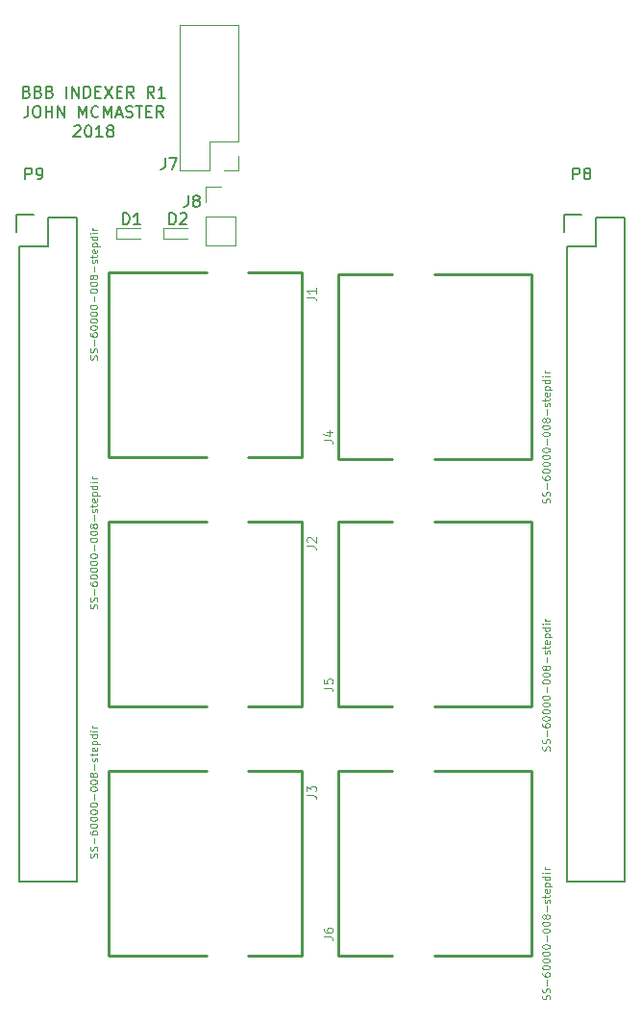
<source format=gbr>
G04 #@! TF.FileFunction,Legend,Top*
%FSLAX46Y46*%
G04 Gerber Fmt 4.6, Leading zero omitted, Abs format (unit mm)*
G04 Created by KiCad (PCBNEW 4.0.7-e2-6376~58~ubuntu16.04.1) date Fri Jun  1 10:41:47 2018*
%MOMM*%
%LPD*%
G01*
G04 APERTURE LIST*
%ADD10C,0.100000*%
%ADD11C,0.190500*%
%ADD12C,0.120000*%
%ADD13C,0.150000*%
%ADD14C,0.254000*%
%ADD15C,0.050000*%
G04 APERTURE END LIST*
D10*
D11*
X115763524Y-50028929D02*
X115908667Y-50077310D01*
X115957048Y-50125690D01*
X116005429Y-50222452D01*
X116005429Y-50367595D01*
X115957048Y-50464357D01*
X115908667Y-50512738D01*
X115811905Y-50561119D01*
X115424858Y-50561119D01*
X115424858Y-49545119D01*
X115763524Y-49545119D01*
X115860286Y-49593500D01*
X115908667Y-49641881D01*
X115957048Y-49738643D01*
X115957048Y-49835405D01*
X115908667Y-49932167D01*
X115860286Y-49980548D01*
X115763524Y-50028929D01*
X115424858Y-50028929D01*
X116779524Y-50028929D02*
X116924667Y-50077310D01*
X116973048Y-50125690D01*
X117021429Y-50222452D01*
X117021429Y-50367595D01*
X116973048Y-50464357D01*
X116924667Y-50512738D01*
X116827905Y-50561119D01*
X116440858Y-50561119D01*
X116440858Y-49545119D01*
X116779524Y-49545119D01*
X116876286Y-49593500D01*
X116924667Y-49641881D01*
X116973048Y-49738643D01*
X116973048Y-49835405D01*
X116924667Y-49932167D01*
X116876286Y-49980548D01*
X116779524Y-50028929D01*
X116440858Y-50028929D01*
X117795524Y-50028929D02*
X117940667Y-50077310D01*
X117989048Y-50125690D01*
X118037429Y-50222452D01*
X118037429Y-50367595D01*
X117989048Y-50464357D01*
X117940667Y-50512738D01*
X117843905Y-50561119D01*
X117456858Y-50561119D01*
X117456858Y-49545119D01*
X117795524Y-49545119D01*
X117892286Y-49593500D01*
X117940667Y-49641881D01*
X117989048Y-49738643D01*
X117989048Y-49835405D01*
X117940667Y-49932167D01*
X117892286Y-49980548D01*
X117795524Y-50028929D01*
X117456858Y-50028929D01*
X119246953Y-50561119D02*
X119246953Y-49545119D01*
X119730763Y-50561119D02*
X119730763Y-49545119D01*
X120311334Y-50561119D01*
X120311334Y-49545119D01*
X120795144Y-50561119D02*
X120795144Y-49545119D01*
X121037049Y-49545119D01*
X121182191Y-49593500D01*
X121278953Y-49690262D01*
X121327334Y-49787024D01*
X121375715Y-49980548D01*
X121375715Y-50125690D01*
X121327334Y-50319214D01*
X121278953Y-50415976D01*
X121182191Y-50512738D01*
X121037049Y-50561119D01*
X120795144Y-50561119D01*
X121811144Y-50028929D02*
X122149810Y-50028929D01*
X122294953Y-50561119D02*
X121811144Y-50561119D01*
X121811144Y-49545119D01*
X122294953Y-49545119D01*
X122633620Y-49545119D02*
X123310953Y-50561119D01*
X123310953Y-49545119D02*
X122633620Y-50561119D01*
X123698001Y-50028929D02*
X124036667Y-50028929D01*
X124181810Y-50561119D02*
X123698001Y-50561119D01*
X123698001Y-49545119D01*
X124181810Y-49545119D01*
X125197810Y-50561119D02*
X124859144Y-50077310D01*
X124617239Y-50561119D02*
X124617239Y-49545119D01*
X125004286Y-49545119D01*
X125101048Y-49593500D01*
X125149429Y-49641881D01*
X125197810Y-49738643D01*
X125197810Y-49883786D01*
X125149429Y-49980548D01*
X125101048Y-50028929D01*
X125004286Y-50077310D01*
X124617239Y-50077310D01*
X126987905Y-50561119D02*
X126649239Y-50077310D01*
X126407334Y-50561119D02*
X126407334Y-49545119D01*
X126794381Y-49545119D01*
X126891143Y-49593500D01*
X126939524Y-49641881D01*
X126987905Y-49738643D01*
X126987905Y-49883786D01*
X126939524Y-49980548D01*
X126891143Y-50028929D01*
X126794381Y-50077310D01*
X126407334Y-50077310D01*
X127955524Y-50561119D02*
X127374953Y-50561119D01*
X127665239Y-50561119D02*
X127665239Y-49545119D01*
X127568477Y-49690262D01*
X127471715Y-49787024D01*
X127374953Y-49835405D01*
X115884476Y-51259619D02*
X115884476Y-51985333D01*
X115836096Y-52130476D01*
X115739334Y-52227238D01*
X115594191Y-52275619D01*
X115497429Y-52275619D01*
X116561810Y-51259619D02*
X116755333Y-51259619D01*
X116852095Y-51308000D01*
X116948857Y-51404762D01*
X116997238Y-51598286D01*
X116997238Y-51936952D01*
X116948857Y-52130476D01*
X116852095Y-52227238D01*
X116755333Y-52275619D01*
X116561810Y-52275619D01*
X116465048Y-52227238D01*
X116368286Y-52130476D01*
X116319905Y-51936952D01*
X116319905Y-51598286D01*
X116368286Y-51404762D01*
X116465048Y-51308000D01*
X116561810Y-51259619D01*
X117432667Y-52275619D02*
X117432667Y-51259619D01*
X117432667Y-51743429D02*
X118013238Y-51743429D01*
X118013238Y-52275619D02*
X118013238Y-51259619D01*
X118497048Y-52275619D02*
X118497048Y-51259619D01*
X119077619Y-52275619D01*
X119077619Y-51259619D01*
X120335524Y-52275619D02*
X120335524Y-51259619D01*
X120674190Y-51985333D01*
X121012857Y-51259619D01*
X121012857Y-52275619D01*
X122077238Y-52178857D02*
X122028857Y-52227238D01*
X121883714Y-52275619D01*
X121786952Y-52275619D01*
X121641810Y-52227238D01*
X121545048Y-52130476D01*
X121496667Y-52033714D01*
X121448286Y-51840190D01*
X121448286Y-51695048D01*
X121496667Y-51501524D01*
X121545048Y-51404762D01*
X121641810Y-51308000D01*
X121786952Y-51259619D01*
X121883714Y-51259619D01*
X122028857Y-51308000D01*
X122077238Y-51356381D01*
X122512667Y-52275619D02*
X122512667Y-51259619D01*
X122851333Y-51985333D01*
X123190000Y-51259619D01*
X123190000Y-52275619D01*
X123625429Y-51985333D02*
X124109238Y-51985333D01*
X123528667Y-52275619D02*
X123867334Y-51259619D01*
X124206000Y-52275619D01*
X124496286Y-52227238D02*
X124641429Y-52275619D01*
X124883333Y-52275619D01*
X124980095Y-52227238D01*
X125028476Y-52178857D01*
X125076857Y-52082095D01*
X125076857Y-51985333D01*
X125028476Y-51888571D01*
X124980095Y-51840190D01*
X124883333Y-51791810D01*
X124689810Y-51743429D01*
X124593048Y-51695048D01*
X124544667Y-51646667D01*
X124496286Y-51549905D01*
X124496286Y-51453143D01*
X124544667Y-51356381D01*
X124593048Y-51308000D01*
X124689810Y-51259619D01*
X124931714Y-51259619D01*
X125076857Y-51308000D01*
X125367143Y-51259619D02*
X125947714Y-51259619D01*
X125657429Y-52275619D02*
X125657429Y-51259619D01*
X126286381Y-51743429D02*
X126625047Y-51743429D01*
X126770190Y-52275619D02*
X126286381Y-52275619D01*
X126286381Y-51259619D01*
X126770190Y-51259619D01*
X127786190Y-52275619D02*
X127447524Y-51791810D01*
X127205619Y-52275619D02*
X127205619Y-51259619D01*
X127592666Y-51259619D01*
X127689428Y-51308000D01*
X127737809Y-51356381D01*
X127786190Y-51453143D01*
X127786190Y-51598286D01*
X127737809Y-51695048D01*
X127689428Y-51743429D01*
X127592666Y-51791810D01*
X127205619Y-51791810D01*
X119924286Y-53070881D02*
X119972667Y-53022500D01*
X120069429Y-52974119D01*
X120311333Y-52974119D01*
X120408095Y-53022500D01*
X120456476Y-53070881D01*
X120504857Y-53167643D01*
X120504857Y-53264405D01*
X120456476Y-53409548D01*
X119875905Y-53990119D01*
X120504857Y-53990119D01*
X121133810Y-52974119D02*
X121230571Y-52974119D01*
X121327333Y-53022500D01*
X121375714Y-53070881D01*
X121424095Y-53167643D01*
X121472476Y-53361167D01*
X121472476Y-53603071D01*
X121424095Y-53796595D01*
X121375714Y-53893357D01*
X121327333Y-53941738D01*
X121230571Y-53990119D01*
X121133810Y-53990119D01*
X121037048Y-53941738D01*
X120988667Y-53893357D01*
X120940286Y-53796595D01*
X120891905Y-53603071D01*
X120891905Y-53361167D01*
X120940286Y-53167643D01*
X120988667Y-53070881D01*
X121037048Y-53022500D01*
X121133810Y-52974119D01*
X122440095Y-53990119D02*
X121859524Y-53990119D01*
X122149810Y-53990119D02*
X122149810Y-52974119D01*
X122053048Y-53119262D01*
X121956286Y-53216024D01*
X121859524Y-53264405D01*
X123020667Y-53409548D02*
X122923905Y-53361167D01*
X122875524Y-53312786D01*
X122827143Y-53216024D01*
X122827143Y-53167643D01*
X122875524Y-53070881D01*
X122923905Y-53022500D01*
X123020667Y-52974119D01*
X123214190Y-52974119D01*
X123310952Y-53022500D01*
X123359333Y-53070881D01*
X123407714Y-53167643D01*
X123407714Y-53216024D01*
X123359333Y-53312786D01*
X123310952Y-53361167D01*
X123214190Y-53409548D01*
X123020667Y-53409548D01*
X122923905Y-53457929D01*
X122875524Y-53506310D01*
X122827143Y-53603071D01*
X122827143Y-53796595D01*
X122875524Y-53893357D01*
X122923905Y-53941738D01*
X123020667Y-53990119D01*
X123214190Y-53990119D01*
X123310952Y-53941738D01*
X123359333Y-53893357D01*
X123407714Y-53796595D01*
X123407714Y-53603071D01*
X123359333Y-53506310D01*
X123310952Y-53457929D01*
X123214190Y-53409548D01*
D12*
X131512000Y-63560000D02*
X134172000Y-63560000D01*
X131512000Y-60960000D02*
X131512000Y-63560000D01*
X134172000Y-60960000D02*
X134172000Y-63560000D01*
X131512000Y-60960000D02*
X134172000Y-60960000D01*
X131512000Y-59690000D02*
X131512000Y-58360000D01*
X131512000Y-58360000D02*
X132842000Y-58360000D01*
D13*
X168440098Y-119532400D02*
X168440098Y-61112400D01*
X163360098Y-119532400D02*
X163360098Y-63652400D01*
X168440098Y-119532400D02*
X163360098Y-119532400D01*
X168440098Y-61112400D02*
X165900098Y-61112400D01*
X164630098Y-60832400D02*
X163080098Y-60832400D01*
X165900098Y-61112400D02*
X165900098Y-63652400D01*
X165900098Y-63652400D02*
X163360098Y-63652400D01*
X163080098Y-60832400D02*
X163080098Y-62382400D01*
X120180100Y-119532400D02*
X120180100Y-61112400D01*
X115100100Y-119532400D02*
X115100100Y-63652400D01*
X120180100Y-119532400D02*
X115100100Y-119532400D01*
X120180100Y-61112400D02*
X117640100Y-61112400D01*
X116370100Y-60832400D02*
X114820100Y-60832400D01*
X117640100Y-61112400D02*
X117640100Y-63652400D01*
X117640100Y-63652400D02*
X115100100Y-63652400D01*
X114820100Y-60832400D02*
X114820100Y-62382400D01*
D12*
X123668000Y-61984000D02*
X123668000Y-62984000D01*
X123668000Y-62984000D02*
X125768000Y-62984000D01*
X123668000Y-61984000D02*
X125768000Y-61984000D01*
X127770000Y-61984000D02*
X127770000Y-62984000D01*
X127770000Y-62984000D02*
X129870000Y-62984000D01*
X127770000Y-61984000D02*
X129870000Y-61984000D01*
D14*
X140004800Y-65913000D02*
X135255000Y-65913000D01*
X131572000Y-65913000D02*
X122986800Y-65913000D01*
X122986800Y-65913000D02*
X122986800Y-82169000D01*
X122986800Y-82169000D02*
X131572000Y-82169000D01*
X135255000Y-82169000D02*
X140004800Y-82169000D01*
X140004800Y-82169000D02*
X140004800Y-65913000D01*
X140004800Y-87820500D02*
X135255000Y-87820500D01*
X131572000Y-87820500D02*
X122986800Y-87820500D01*
X122986800Y-87820500D02*
X122986800Y-104076500D01*
X122986800Y-104076500D02*
X131572000Y-104076500D01*
X135255000Y-104076500D02*
X140004800Y-104076500D01*
X140004800Y-104076500D02*
X140004800Y-87820500D01*
X140004800Y-109728000D02*
X135255000Y-109728000D01*
X131572000Y-109728000D02*
X122986800Y-109728000D01*
X122986800Y-109728000D02*
X122986800Y-125984000D01*
X122986800Y-125984000D02*
X131572000Y-125984000D01*
X135255000Y-125984000D02*
X140004800Y-125984000D01*
X140004800Y-125984000D02*
X140004800Y-109728000D01*
X143205200Y-82296000D02*
X147955000Y-82296000D01*
X151638000Y-82296000D02*
X160223200Y-82296000D01*
X160223200Y-82296000D02*
X160223200Y-66040000D01*
X160223200Y-66040000D02*
X151638000Y-66040000D01*
X147955000Y-66040000D02*
X143205200Y-66040000D01*
X143205200Y-66040000D02*
X143205200Y-82296000D01*
X143205200Y-104076500D02*
X147955000Y-104076500D01*
X151638000Y-104076500D02*
X160223200Y-104076500D01*
X160223200Y-104076500D02*
X160223200Y-87820500D01*
X160223200Y-87820500D02*
X151638000Y-87820500D01*
X147955000Y-87820500D02*
X143205200Y-87820500D01*
X143205200Y-87820500D02*
X143205200Y-104076500D01*
X143205200Y-125984000D02*
X147955000Y-125984000D01*
X151638000Y-125984000D02*
X160223200Y-125984000D01*
X160223200Y-125984000D02*
X160223200Y-109728000D01*
X160223200Y-109728000D02*
X151638000Y-109728000D01*
X147955000Y-109728000D02*
X143205200Y-109728000D01*
X143205200Y-109728000D02*
X143205200Y-125984000D01*
D12*
X134426000Y-44136000D02*
X129226000Y-44136000D01*
X134426000Y-54356000D02*
X134426000Y-44136000D01*
X129226000Y-56956000D02*
X129226000Y-44136000D01*
X134426000Y-54356000D02*
X131826000Y-54356000D01*
X131826000Y-54356000D02*
X131826000Y-56956000D01*
X131826000Y-56956000D02*
X129226000Y-56956000D01*
X134426000Y-55626000D02*
X134426000Y-56956000D01*
X134426000Y-56956000D02*
X133096000Y-56956000D01*
D13*
X127936667Y-55840381D02*
X127936667Y-56554667D01*
X127889047Y-56697524D01*
X127793809Y-56792762D01*
X127650952Y-56840381D01*
X127555714Y-56840381D01*
X128317619Y-55840381D02*
X128984286Y-55840381D01*
X128555714Y-56840381D01*
X163892003Y-57734781D02*
X163892003Y-56734781D01*
X164272956Y-56734781D01*
X164368194Y-56782400D01*
X164415813Y-56830019D01*
X164463432Y-56925257D01*
X164463432Y-57068114D01*
X164415813Y-57163352D01*
X164368194Y-57210971D01*
X164272956Y-57258590D01*
X163892003Y-57258590D01*
X165034860Y-57163352D02*
X164939622Y-57115733D01*
X164892003Y-57068114D01*
X164844384Y-56972876D01*
X164844384Y-56925257D01*
X164892003Y-56830019D01*
X164939622Y-56782400D01*
X165034860Y-56734781D01*
X165225337Y-56734781D01*
X165320575Y-56782400D01*
X165368194Y-56830019D01*
X165415813Y-56925257D01*
X165415813Y-56972876D01*
X165368194Y-57068114D01*
X165320575Y-57115733D01*
X165225337Y-57163352D01*
X165034860Y-57163352D01*
X164939622Y-57210971D01*
X164892003Y-57258590D01*
X164844384Y-57353829D01*
X164844384Y-57544305D01*
X164892003Y-57639543D01*
X164939622Y-57687162D01*
X165034860Y-57734781D01*
X165225337Y-57734781D01*
X165320575Y-57687162D01*
X165368194Y-57639543D01*
X165415813Y-57544305D01*
X165415813Y-57353829D01*
X165368194Y-57258590D01*
X165320575Y-57210971D01*
X165225337Y-57163352D01*
X115632005Y-57734781D02*
X115632005Y-56734781D01*
X116012958Y-56734781D01*
X116108196Y-56782400D01*
X116155815Y-56830019D01*
X116203434Y-56925257D01*
X116203434Y-57068114D01*
X116155815Y-57163352D01*
X116108196Y-57210971D01*
X116012958Y-57258590D01*
X115632005Y-57258590D01*
X116679624Y-57734781D02*
X116870100Y-57734781D01*
X116965339Y-57687162D01*
X117012958Y-57639543D01*
X117108196Y-57496686D01*
X117155815Y-57306210D01*
X117155815Y-56925257D01*
X117108196Y-56830019D01*
X117060577Y-56782400D01*
X116965339Y-56734781D01*
X116774862Y-56734781D01*
X116679624Y-56782400D01*
X116632005Y-56830019D01*
X116584386Y-56925257D01*
X116584386Y-57163352D01*
X116632005Y-57258590D01*
X116679624Y-57306210D01*
X116774862Y-57353829D01*
X116965339Y-57353829D01*
X117060577Y-57306210D01*
X117108196Y-57258590D01*
X117155815Y-57163352D01*
X124229905Y-61686381D02*
X124229905Y-60686381D01*
X124468000Y-60686381D01*
X124610858Y-60734000D01*
X124706096Y-60829238D01*
X124753715Y-60924476D01*
X124801334Y-61114952D01*
X124801334Y-61257810D01*
X124753715Y-61448286D01*
X124706096Y-61543524D01*
X124610858Y-61638762D01*
X124468000Y-61686381D01*
X124229905Y-61686381D01*
X125753715Y-61686381D02*
X125182286Y-61686381D01*
X125468000Y-61686381D02*
X125468000Y-60686381D01*
X125372762Y-60829238D01*
X125277524Y-60924476D01*
X125182286Y-60972095D01*
X128331905Y-61686381D02*
X128331905Y-60686381D01*
X128570000Y-60686381D01*
X128712858Y-60734000D01*
X128808096Y-60829238D01*
X128855715Y-60924476D01*
X128903334Y-61114952D01*
X128903334Y-61257810D01*
X128855715Y-61448286D01*
X128808096Y-61543524D01*
X128712858Y-61638762D01*
X128570000Y-61686381D01*
X128331905Y-61686381D01*
X129284286Y-60781619D02*
X129331905Y-60734000D01*
X129427143Y-60686381D01*
X129665239Y-60686381D01*
X129760477Y-60734000D01*
X129808096Y-60781619D01*
X129855715Y-60876857D01*
X129855715Y-60972095D01*
X129808096Y-61114952D01*
X129236667Y-61686381D01*
X129855715Y-61686381D01*
D15*
X140419998Y-68076376D02*
X140992218Y-68076376D01*
X141106662Y-68114524D01*
X141182958Y-68190820D01*
X141221106Y-68305264D01*
X141221106Y-68381560D01*
X141221106Y-67275268D02*
X141221106Y-67733044D01*
X141221106Y-67504156D02*
X140419998Y-67504156D01*
X140534442Y-67580452D01*
X140610738Y-67656748D01*
X140648886Y-67733044D01*
X121935391Y-73577079D02*
X121965927Y-73485469D01*
X121965927Y-73332786D01*
X121935391Y-73271712D01*
X121904854Y-73241176D01*
X121843781Y-73210639D01*
X121782708Y-73210639D01*
X121721634Y-73241176D01*
X121691098Y-73271712D01*
X121660561Y-73332786D01*
X121630025Y-73454932D01*
X121599488Y-73516005D01*
X121568951Y-73546542D01*
X121507878Y-73577079D01*
X121446805Y-73577079D01*
X121385732Y-73546542D01*
X121355195Y-73516005D01*
X121324658Y-73454932D01*
X121324658Y-73302249D01*
X121355195Y-73210639D01*
X121935391Y-72966347D02*
X121965927Y-72874737D01*
X121965927Y-72722054D01*
X121935391Y-72660980D01*
X121904854Y-72630444D01*
X121843781Y-72599907D01*
X121782708Y-72599907D01*
X121721634Y-72630444D01*
X121691098Y-72660980D01*
X121660561Y-72722054D01*
X121630025Y-72844200D01*
X121599488Y-72905273D01*
X121568951Y-72935810D01*
X121507878Y-72966347D01*
X121446805Y-72966347D01*
X121385732Y-72935810D01*
X121355195Y-72905273D01*
X121324658Y-72844200D01*
X121324658Y-72691517D01*
X121355195Y-72599907D01*
X121721634Y-72325078D02*
X121721634Y-71836492D01*
X121324658Y-71256296D02*
X121324658Y-71378443D01*
X121355195Y-71439516D01*
X121385732Y-71470053D01*
X121477341Y-71531126D01*
X121599488Y-71561663D01*
X121843781Y-71561663D01*
X121904854Y-71531126D01*
X121935391Y-71500589D01*
X121965927Y-71439516D01*
X121965927Y-71317370D01*
X121935391Y-71256296D01*
X121904854Y-71225760D01*
X121843781Y-71195223D01*
X121691098Y-71195223D01*
X121630025Y-71225760D01*
X121599488Y-71256296D01*
X121568951Y-71317370D01*
X121568951Y-71439516D01*
X121599488Y-71500589D01*
X121630025Y-71531126D01*
X121691098Y-71561663D01*
X121324658Y-70798247D02*
X121324658Y-70737174D01*
X121355195Y-70676101D01*
X121385732Y-70645564D01*
X121446805Y-70615028D01*
X121568951Y-70584491D01*
X121721634Y-70584491D01*
X121843781Y-70615028D01*
X121904854Y-70645564D01*
X121935391Y-70676101D01*
X121965927Y-70737174D01*
X121965927Y-70798247D01*
X121935391Y-70859321D01*
X121904854Y-70889857D01*
X121843781Y-70920394D01*
X121721634Y-70950931D01*
X121568951Y-70950931D01*
X121446805Y-70920394D01*
X121385732Y-70889857D01*
X121355195Y-70859321D01*
X121324658Y-70798247D01*
X121324658Y-70187515D02*
X121324658Y-70126442D01*
X121355195Y-70065369D01*
X121385732Y-70034832D01*
X121446805Y-70004296D01*
X121568951Y-69973759D01*
X121721634Y-69973759D01*
X121843781Y-70004296D01*
X121904854Y-70034832D01*
X121935391Y-70065369D01*
X121965927Y-70126442D01*
X121965927Y-70187515D01*
X121935391Y-70248589D01*
X121904854Y-70279125D01*
X121843781Y-70309662D01*
X121721634Y-70340199D01*
X121568951Y-70340199D01*
X121446805Y-70309662D01*
X121385732Y-70279125D01*
X121355195Y-70248589D01*
X121324658Y-70187515D01*
X121324658Y-69576783D02*
X121324658Y-69515710D01*
X121355195Y-69454637D01*
X121385732Y-69424100D01*
X121446805Y-69393564D01*
X121568951Y-69363027D01*
X121721634Y-69363027D01*
X121843781Y-69393564D01*
X121904854Y-69424100D01*
X121935391Y-69454637D01*
X121965927Y-69515710D01*
X121965927Y-69576783D01*
X121935391Y-69637857D01*
X121904854Y-69668393D01*
X121843781Y-69698930D01*
X121721634Y-69729467D01*
X121568951Y-69729467D01*
X121446805Y-69698930D01*
X121385732Y-69668393D01*
X121355195Y-69637857D01*
X121324658Y-69576783D01*
X121324658Y-68966051D02*
X121324658Y-68904978D01*
X121355195Y-68843905D01*
X121385732Y-68813368D01*
X121446805Y-68782832D01*
X121568951Y-68752295D01*
X121721634Y-68752295D01*
X121843781Y-68782832D01*
X121904854Y-68813368D01*
X121935391Y-68843905D01*
X121965927Y-68904978D01*
X121965927Y-68966051D01*
X121935391Y-69027125D01*
X121904854Y-69057661D01*
X121843781Y-69088198D01*
X121721634Y-69118735D01*
X121568951Y-69118735D01*
X121446805Y-69088198D01*
X121385732Y-69057661D01*
X121355195Y-69027125D01*
X121324658Y-68966051D01*
X121721634Y-68477466D02*
X121721634Y-67988880D01*
X121324658Y-67561367D02*
X121324658Y-67500294D01*
X121355195Y-67439221D01*
X121385732Y-67408684D01*
X121446805Y-67378148D01*
X121568951Y-67347611D01*
X121721634Y-67347611D01*
X121843781Y-67378148D01*
X121904854Y-67408684D01*
X121935391Y-67439221D01*
X121965927Y-67500294D01*
X121965927Y-67561367D01*
X121935391Y-67622441D01*
X121904854Y-67652977D01*
X121843781Y-67683514D01*
X121721634Y-67714051D01*
X121568951Y-67714051D01*
X121446805Y-67683514D01*
X121385732Y-67652977D01*
X121355195Y-67622441D01*
X121324658Y-67561367D01*
X121324658Y-66950635D02*
X121324658Y-66889562D01*
X121355195Y-66828489D01*
X121385732Y-66797952D01*
X121446805Y-66767416D01*
X121568951Y-66736879D01*
X121721634Y-66736879D01*
X121843781Y-66767416D01*
X121904854Y-66797952D01*
X121935391Y-66828489D01*
X121965927Y-66889562D01*
X121965927Y-66950635D01*
X121935391Y-67011709D01*
X121904854Y-67042245D01*
X121843781Y-67072782D01*
X121721634Y-67103319D01*
X121568951Y-67103319D01*
X121446805Y-67072782D01*
X121385732Y-67042245D01*
X121355195Y-67011709D01*
X121324658Y-66950635D01*
X121599488Y-66370440D02*
X121568951Y-66431513D01*
X121538415Y-66462050D01*
X121477341Y-66492587D01*
X121446805Y-66492587D01*
X121385732Y-66462050D01*
X121355195Y-66431513D01*
X121324658Y-66370440D01*
X121324658Y-66248294D01*
X121355195Y-66187220D01*
X121385732Y-66156684D01*
X121446805Y-66126147D01*
X121477341Y-66126147D01*
X121538415Y-66156684D01*
X121568951Y-66187220D01*
X121599488Y-66248294D01*
X121599488Y-66370440D01*
X121630025Y-66431513D01*
X121660561Y-66462050D01*
X121721634Y-66492587D01*
X121843781Y-66492587D01*
X121904854Y-66462050D01*
X121935391Y-66431513D01*
X121965927Y-66370440D01*
X121965927Y-66248294D01*
X121935391Y-66187220D01*
X121904854Y-66156684D01*
X121843781Y-66126147D01*
X121721634Y-66126147D01*
X121660561Y-66156684D01*
X121630025Y-66187220D01*
X121599488Y-66248294D01*
X121721634Y-65851318D02*
X121721634Y-65362732D01*
X121935391Y-65087903D02*
X121965927Y-65026829D01*
X121965927Y-64904683D01*
X121935391Y-64843610D01*
X121874318Y-64813073D01*
X121843781Y-64813073D01*
X121782708Y-64843610D01*
X121752171Y-64904683D01*
X121752171Y-64996293D01*
X121721634Y-65057366D01*
X121660561Y-65087903D01*
X121630025Y-65087903D01*
X121568951Y-65057366D01*
X121538415Y-64996293D01*
X121538415Y-64904683D01*
X121568951Y-64843610D01*
X121538415Y-64629853D02*
X121538415Y-64385560D01*
X121324658Y-64538243D02*
X121874318Y-64538243D01*
X121935391Y-64507706D01*
X121965927Y-64446633D01*
X121965927Y-64385560D01*
X121935391Y-63927511D02*
X121965927Y-63988584D01*
X121965927Y-64110731D01*
X121935391Y-64171804D01*
X121874318Y-64202341D01*
X121630025Y-64202341D01*
X121568951Y-64171804D01*
X121538415Y-64110731D01*
X121538415Y-63988584D01*
X121568951Y-63927511D01*
X121630025Y-63896974D01*
X121691098Y-63896974D01*
X121752171Y-64202341D01*
X121538415Y-63622145D02*
X122179684Y-63622145D01*
X121568951Y-63622145D02*
X121538415Y-63561072D01*
X121538415Y-63438925D01*
X121568951Y-63377852D01*
X121599488Y-63347315D01*
X121660561Y-63316779D01*
X121843781Y-63316779D01*
X121904854Y-63347315D01*
X121935391Y-63377852D01*
X121965927Y-63438925D01*
X121965927Y-63561072D01*
X121935391Y-63622145D01*
X121965927Y-62767119D02*
X121324658Y-62767119D01*
X121935391Y-62767119D02*
X121965927Y-62828193D01*
X121965927Y-62950339D01*
X121935391Y-63011412D01*
X121904854Y-63041949D01*
X121843781Y-63072486D01*
X121660561Y-63072486D01*
X121599488Y-63041949D01*
X121568951Y-63011412D01*
X121538415Y-62950339D01*
X121538415Y-62828193D01*
X121568951Y-62767119D01*
X121965927Y-62461753D02*
X121538415Y-62461753D01*
X121324658Y-62461753D02*
X121355195Y-62492290D01*
X121385732Y-62461753D01*
X121355195Y-62431216D01*
X121324658Y-62461753D01*
X121385732Y-62461753D01*
X121965927Y-62156387D02*
X121538415Y-62156387D01*
X121660561Y-62156387D02*
X121599488Y-62125850D01*
X121568951Y-62095314D01*
X121538415Y-62034240D01*
X121538415Y-61973167D01*
X140419998Y-89983876D02*
X140992218Y-89983876D01*
X141106662Y-90022024D01*
X141182958Y-90098320D01*
X141221106Y-90212764D01*
X141221106Y-90289060D01*
X140496294Y-89640544D02*
X140458146Y-89602396D01*
X140419998Y-89526100D01*
X140419998Y-89335360D01*
X140458146Y-89259064D01*
X140496294Y-89220916D01*
X140572590Y-89182768D01*
X140648886Y-89182768D01*
X140763330Y-89220916D01*
X141221106Y-89678692D01*
X141221106Y-89182768D01*
X121935391Y-95484579D02*
X121965927Y-95392969D01*
X121965927Y-95240286D01*
X121935391Y-95179212D01*
X121904854Y-95148676D01*
X121843781Y-95118139D01*
X121782708Y-95118139D01*
X121721634Y-95148676D01*
X121691098Y-95179212D01*
X121660561Y-95240286D01*
X121630025Y-95362432D01*
X121599488Y-95423505D01*
X121568951Y-95454042D01*
X121507878Y-95484579D01*
X121446805Y-95484579D01*
X121385732Y-95454042D01*
X121355195Y-95423505D01*
X121324658Y-95362432D01*
X121324658Y-95209749D01*
X121355195Y-95118139D01*
X121935391Y-94873847D02*
X121965927Y-94782237D01*
X121965927Y-94629554D01*
X121935391Y-94568480D01*
X121904854Y-94537944D01*
X121843781Y-94507407D01*
X121782708Y-94507407D01*
X121721634Y-94537944D01*
X121691098Y-94568480D01*
X121660561Y-94629554D01*
X121630025Y-94751700D01*
X121599488Y-94812773D01*
X121568951Y-94843310D01*
X121507878Y-94873847D01*
X121446805Y-94873847D01*
X121385732Y-94843310D01*
X121355195Y-94812773D01*
X121324658Y-94751700D01*
X121324658Y-94599017D01*
X121355195Y-94507407D01*
X121721634Y-94232578D02*
X121721634Y-93743992D01*
X121324658Y-93163796D02*
X121324658Y-93285943D01*
X121355195Y-93347016D01*
X121385732Y-93377553D01*
X121477341Y-93438626D01*
X121599488Y-93469163D01*
X121843781Y-93469163D01*
X121904854Y-93438626D01*
X121935391Y-93408089D01*
X121965927Y-93347016D01*
X121965927Y-93224870D01*
X121935391Y-93163796D01*
X121904854Y-93133260D01*
X121843781Y-93102723D01*
X121691098Y-93102723D01*
X121630025Y-93133260D01*
X121599488Y-93163796D01*
X121568951Y-93224870D01*
X121568951Y-93347016D01*
X121599488Y-93408089D01*
X121630025Y-93438626D01*
X121691098Y-93469163D01*
X121324658Y-92705747D02*
X121324658Y-92644674D01*
X121355195Y-92583601D01*
X121385732Y-92553064D01*
X121446805Y-92522528D01*
X121568951Y-92491991D01*
X121721634Y-92491991D01*
X121843781Y-92522528D01*
X121904854Y-92553064D01*
X121935391Y-92583601D01*
X121965927Y-92644674D01*
X121965927Y-92705747D01*
X121935391Y-92766821D01*
X121904854Y-92797357D01*
X121843781Y-92827894D01*
X121721634Y-92858431D01*
X121568951Y-92858431D01*
X121446805Y-92827894D01*
X121385732Y-92797357D01*
X121355195Y-92766821D01*
X121324658Y-92705747D01*
X121324658Y-92095015D02*
X121324658Y-92033942D01*
X121355195Y-91972869D01*
X121385732Y-91942332D01*
X121446805Y-91911796D01*
X121568951Y-91881259D01*
X121721634Y-91881259D01*
X121843781Y-91911796D01*
X121904854Y-91942332D01*
X121935391Y-91972869D01*
X121965927Y-92033942D01*
X121965927Y-92095015D01*
X121935391Y-92156089D01*
X121904854Y-92186625D01*
X121843781Y-92217162D01*
X121721634Y-92247699D01*
X121568951Y-92247699D01*
X121446805Y-92217162D01*
X121385732Y-92186625D01*
X121355195Y-92156089D01*
X121324658Y-92095015D01*
X121324658Y-91484283D02*
X121324658Y-91423210D01*
X121355195Y-91362137D01*
X121385732Y-91331600D01*
X121446805Y-91301064D01*
X121568951Y-91270527D01*
X121721634Y-91270527D01*
X121843781Y-91301064D01*
X121904854Y-91331600D01*
X121935391Y-91362137D01*
X121965927Y-91423210D01*
X121965927Y-91484283D01*
X121935391Y-91545357D01*
X121904854Y-91575893D01*
X121843781Y-91606430D01*
X121721634Y-91636967D01*
X121568951Y-91636967D01*
X121446805Y-91606430D01*
X121385732Y-91575893D01*
X121355195Y-91545357D01*
X121324658Y-91484283D01*
X121324658Y-90873551D02*
X121324658Y-90812478D01*
X121355195Y-90751405D01*
X121385732Y-90720868D01*
X121446805Y-90690332D01*
X121568951Y-90659795D01*
X121721634Y-90659795D01*
X121843781Y-90690332D01*
X121904854Y-90720868D01*
X121935391Y-90751405D01*
X121965927Y-90812478D01*
X121965927Y-90873551D01*
X121935391Y-90934625D01*
X121904854Y-90965161D01*
X121843781Y-90995698D01*
X121721634Y-91026235D01*
X121568951Y-91026235D01*
X121446805Y-90995698D01*
X121385732Y-90965161D01*
X121355195Y-90934625D01*
X121324658Y-90873551D01*
X121721634Y-90384966D02*
X121721634Y-89896380D01*
X121324658Y-89468867D02*
X121324658Y-89407794D01*
X121355195Y-89346721D01*
X121385732Y-89316184D01*
X121446805Y-89285648D01*
X121568951Y-89255111D01*
X121721634Y-89255111D01*
X121843781Y-89285648D01*
X121904854Y-89316184D01*
X121935391Y-89346721D01*
X121965927Y-89407794D01*
X121965927Y-89468867D01*
X121935391Y-89529941D01*
X121904854Y-89560477D01*
X121843781Y-89591014D01*
X121721634Y-89621551D01*
X121568951Y-89621551D01*
X121446805Y-89591014D01*
X121385732Y-89560477D01*
X121355195Y-89529941D01*
X121324658Y-89468867D01*
X121324658Y-88858135D02*
X121324658Y-88797062D01*
X121355195Y-88735989D01*
X121385732Y-88705452D01*
X121446805Y-88674916D01*
X121568951Y-88644379D01*
X121721634Y-88644379D01*
X121843781Y-88674916D01*
X121904854Y-88705452D01*
X121935391Y-88735989D01*
X121965927Y-88797062D01*
X121965927Y-88858135D01*
X121935391Y-88919209D01*
X121904854Y-88949745D01*
X121843781Y-88980282D01*
X121721634Y-89010819D01*
X121568951Y-89010819D01*
X121446805Y-88980282D01*
X121385732Y-88949745D01*
X121355195Y-88919209D01*
X121324658Y-88858135D01*
X121599488Y-88277940D02*
X121568951Y-88339013D01*
X121538415Y-88369550D01*
X121477341Y-88400087D01*
X121446805Y-88400087D01*
X121385732Y-88369550D01*
X121355195Y-88339013D01*
X121324658Y-88277940D01*
X121324658Y-88155794D01*
X121355195Y-88094720D01*
X121385732Y-88064184D01*
X121446805Y-88033647D01*
X121477341Y-88033647D01*
X121538415Y-88064184D01*
X121568951Y-88094720D01*
X121599488Y-88155794D01*
X121599488Y-88277940D01*
X121630025Y-88339013D01*
X121660561Y-88369550D01*
X121721634Y-88400087D01*
X121843781Y-88400087D01*
X121904854Y-88369550D01*
X121935391Y-88339013D01*
X121965927Y-88277940D01*
X121965927Y-88155794D01*
X121935391Y-88094720D01*
X121904854Y-88064184D01*
X121843781Y-88033647D01*
X121721634Y-88033647D01*
X121660561Y-88064184D01*
X121630025Y-88094720D01*
X121599488Y-88155794D01*
X121721634Y-87758818D02*
X121721634Y-87270232D01*
X121935391Y-86995403D02*
X121965927Y-86934329D01*
X121965927Y-86812183D01*
X121935391Y-86751110D01*
X121874318Y-86720573D01*
X121843781Y-86720573D01*
X121782708Y-86751110D01*
X121752171Y-86812183D01*
X121752171Y-86903793D01*
X121721634Y-86964866D01*
X121660561Y-86995403D01*
X121630025Y-86995403D01*
X121568951Y-86964866D01*
X121538415Y-86903793D01*
X121538415Y-86812183D01*
X121568951Y-86751110D01*
X121538415Y-86537353D02*
X121538415Y-86293060D01*
X121324658Y-86445743D02*
X121874318Y-86445743D01*
X121935391Y-86415206D01*
X121965927Y-86354133D01*
X121965927Y-86293060D01*
X121935391Y-85835011D02*
X121965927Y-85896084D01*
X121965927Y-86018231D01*
X121935391Y-86079304D01*
X121874318Y-86109841D01*
X121630025Y-86109841D01*
X121568951Y-86079304D01*
X121538415Y-86018231D01*
X121538415Y-85896084D01*
X121568951Y-85835011D01*
X121630025Y-85804474D01*
X121691098Y-85804474D01*
X121752171Y-86109841D01*
X121538415Y-85529645D02*
X122179684Y-85529645D01*
X121568951Y-85529645D02*
X121538415Y-85468572D01*
X121538415Y-85346425D01*
X121568951Y-85285352D01*
X121599488Y-85254815D01*
X121660561Y-85224279D01*
X121843781Y-85224279D01*
X121904854Y-85254815D01*
X121935391Y-85285352D01*
X121965927Y-85346425D01*
X121965927Y-85468572D01*
X121935391Y-85529645D01*
X121965927Y-84674619D02*
X121324658Y-84674619D01*
X121935391Y-84674619D02*
X121965927Y-84735693D01*
X121965927Y-84857839D01*
X121935391Y-84918912D01*
X121904854Y-84949449D01*
X121843781Y-84979986D01*
X121660561Y-84979986D01*
X121599488Y-84949449D01*
X121568951Y-84918912D01*
X121538415Y-84857839D01*
X121538415Y-84735693D01*
X121568951Y-84674619D01*
X121965927Y-84369253D02*
X121538415Y-84369253D01*
X121324658Y-84369253D02*
X121355195Y-84399790D01*
X121385732Y-84369253D01*
X121355195Y-84338716D01*
X121324658Y-84369253D01*
X121385732Y-84369253D01*
X121965927Y-84063887D02*
X121538415Y-84063887D01*
X121660561Y-84063887D02*
X121599488Y-84033350D01*
X121568951Y-84002814D01*
X121538415Y-83941740D01*
X121538415Y-83880667D01*
X140419998Y-111891376D02*
X140992218Y-111891376D01*
X141106662Y-111929524D01*
X141182958Y-112005820D01*
X141221106Y-112120264D01*
X141221106Y-112196560D01*
X140419998Y-111586192D02*
X140419998Y-111090268D01*
X140725182Y-111357304D01*
X140725182Y-111242860D01*
X140763330Y-111166564D01*
X140801478Y-111128416D01*
X140877774Y-111090268D01*
X141068514Y-111090268D01*
X141144810Y-111128416D01*
X141182958Y-111166564D01*
X141221106Y-111242860D01*
X141221106Y-111471748D01*
X141182958Y-111548044D01*
X141144810Y-111586192D01*
X121935391Y-117392079D02*
X121965927Y-117300469D01*
X121965927Y-117147786D01*
X121935391Y-117086712D01*
X121904854Y-117056176D01*
X121843781Y-117025639D01*
X121782708Y-117025639D01*
X121721634Y-117056176D01*
X121691098Y-117086712D01*
X121660561Y-117147786D01*
X121630025Y-117269932D01*
X121599488Y-117331005D01*
X121568951Y-117361542D01*
X121507878Y-117392079D01*
X121446805Y-117392079D01*
X121385732Y-117361542D01*
X121355195Y-117331005D01*
X121324658Y-117269932D01*
X121324658Y-117117249D01*
X121355195Y-117025639D01*
X121935391Y-116781347D02*
X121965927Y-116689737D01*
X121965927Y-116537054D01*
X121935391Y-116475980D01*
X121904854Y-116445444D01*
X121843781Y-116414907D01*
X121782708Y-116414907D01*
X121721634Y-116445444D01*
X121691098Y-116475980D01*
X121660561Y-116537054D01*
X121630025Y-116659200D01*
X121599488Y-116720273D01*
X121568951Y-116750810D01*
X121507878Y-116781347D01*
X121446805Y-116781347D01*
X121385732Y-116750810D01*
X121355195Y-116720273D01*
X121324658Y-116659200D01*
X121324658Y-116506517D01*
X121355195Y-116414907D01*
X121721634Y-116140078D02*
X121721634Y-115651492D01*
X121324658Y-115071296D02*
X121324658Y-115193443D01*
X121355195Y-115254516D01*
X121385732Y-115285053D01*
X121477341Y-115346126D01*
X121599488Y-115376663D01*
X121843781Y-115376663D01*
X121904854Y-115346126D01*
X121935391Y-115315589D01*
X121965927Y-115254516D01*
X121965927Y-115132370D01*
X121935391Y-115071296D01*
X121904854Y-115040760D01*
X121843781Y-115010223D01*
X121691098Y-115010223D01*
X121630025Y-115040760D01*
X121599488Y-115071296D01*
X121568951Y-115132370D01*
X121568951Y-115254516D01*
X121599488Y-115315589D01*
X121630025Y-115346126D01*
X121691098Y-115376663D01*
X121324658Y-114613247D02*
X121324658Y-114552174D01*
X121355195Y-114491101D01*
X121385732Y-114460564D01*
X121446805Y-114430028D01*
X121568951Y-114399491D01*
X121721634Y-114399491D01*
X121843781Y-114430028D01*
X121904854Y-114460564D01*
X121935391Y-114491101D01*
X121965927Y-114552174D01*
X121965927Y-114613247D01*
X121935391Y-114674321D01*
X121904854Y-114704857D01*
X121843781Y-114735394D01*
X121721634Y-114765931D01*
X121568951Y-114765931D01*
X121446805Y-114735394D01*
X121385732Y-114704857D01*
X121355195Y-114674321D01*
X121324658Y-114613247D01*
X121324658Y-114002515D02*
X121324658Y-113941442D01*
X121355195Y-113880369D01*
X121385732Y-113849832D01*
X121446805Y-113819296D01*
X121568951Y-113788759D01*
X121721634Y-113788759D01*
X121843781Y-113819296D01*
X121904854Y-113849832D01*
X121935391Y-113880369D01*
X121965927Y-113941442D01*
X121965927Y-114002515D01*
X121935391Y-114063589D01*
X121904854Y-114094125D01*
X121843781Y-114124662D01*
X121721634Y-114155199D01*
X121568951Y-114155199D01*
X121446805Y-114124662D01*
X121385732Y-114094125D01*
X121355195Y-114063589D01*
X121324658Y-114002515D01*
X121324658Y-113391783D02*
X121324658Y-113330710D01*
X121355195Y-113269637D01*
X121385732Y-113239100D01*
X121446805Y-113208564D01*
X121568951Y-113178027D01*
X121721634Y-113178027D01*
X121843781Y-113208564D01*
X121904854Y-113239100D01*
X121935391Y-113269637D01*
X121965927Y-113330710D01*
X121965927Y-113391783D01*
X121935391Y-113452857D01*
X121904854Y-113483393D01*
X121843781Y-113513930D01*
X121721634Y-113544467D01*
X121568951Y-113544467D01*
X121446805Y-113513930D01*
X121385732Y-113483393D01*
X121355195Y-113452857D01*
X121324658Y-113391783D01*
X121324658Y-112781051D02*
X121324658Y-112719978D01*
X121355195Y-112658905D01*
X121385732Y-112628368D01*
X121446805Y-112597832D01*
X121568951Y-112567295D01*
X121721634Y-112567295D01*
X121843781Y-112597832D01*
X121904854Y-112628368D01*
X121935391Y-112658905D01*
X121965927Y-112719978D01*
X121965927Y-112781051D01*
X121935391Y-112842125D01*
X121904854Y-112872661D01*
X121843781Y-112903198D01*
X121721634Y-112933735D01*
X121568951Y-112933735D01*
X121446805Y-112903198D01*
X121385732Y-112872661D01*
X121355195Y-112842125D01*
X121324658Y-112781051D01*
X121721634Y-112292466D02*
X121721634Y-111803880D01*
X121324658Y-111376367D02*
X121324658Y-111315294D01*
X121355195Y-111254221D01*
X121385732Y-111223684D01*
X121446805Y-111193148D01*
X121568951Y-111162611D01*
X121721634Y-111162611D01*
X121843781Y-111193148D01*
X121904854Y-111223684D01*
X121935391Y-111254221D01*
X121965927Y-111315294D01*
X121965927Y-111376367D01*
X121935391Y-111437441D01*
X121904854Y-111467977D01*
X121843781Y-111498514D01*
X121721634Y-111529051D01*
X121568951Y-111529051D01*
X121446805Y-111498514D01*
X121385732Y-111467977D01*
X121355195Y-111437441D01*
X121324658Y-111376367D01*
X121324658Y-110765635D02*
X121324658Y-110704562D01*
X121355195Y-110643489D01*
X121385732Y-110612952D01*
X121446805Y-110582416D01*
X121568951Y-110551879D01*
X121721634Y-110551879D01*
X121843781Y-110582416D01*
X121904854Y-110612952D01*
X121935391Y-110643489D01*
X121965927Y-110704562D01*
X121965927Y-110765635D01*
X121935391Y-110826709D01*
X121904854Y-110857245D01*
X121843781Y-110887782D01*
X121721634Y-110918319D01*
X121568951Y-110918319D01*
X121446805Y-110887782D01*
X121385732Y-110857245D01*
X121355195Y-110826709D01*
X121324658Y-110765635D01*
X121599488Y-110185440D02*
X121568951Y-110246513D01*
X121538415Y-110277050D01*
X121477341Y-110307587D01*
X121446805Y-110307587D01*
X121385732Y-110277050D01*
X121355195Y-110246513D01*
X121324658Y-110185440D01*
X121324658Y-110063294D01*
X121355195Y-110002220D01*
X121385732Y-109971684D01*
X121446805Y-109941147D01*
X121477341Y-109941147D01*
X121538415Y-109971684D01*
X121568951Y-110002220D01*
X121599488Y-110063294D01*
X121599488Y-110185440D01*
X121630025Y-110246513D01*
X121660561Y-110277050D01*
X121721634Y-110307587D01*
X121843781Y-110307587D01*
X121904854Y-110277050D01*
X121935391Y-110246513D01*
X121965927Y-110185440D01*
X121965927Y-110063294D01*
X121935391Y-110002220D01*
X121904854Y-109971684D01*
X121843781Y-109941147D01*
X121721634Y-109941147D01*
X121660561Y-109971684D01*
X121630025Y-110002220D01*
X121599488Y-110063294D01*
X121721634Y-109666318D02*
X121721634Y-109177732D01*
X121935391Y-108902903D02*
X121965927Y-108841829D01*
X121965927Y-108719683D01*
X121935391Y-108658610D01*
X121874318Y-108628073D01*
X121843781Y-108628073D01*
X121782708Y-108658610D01*
X121752171Y-108719683D01*
X121752171Y-108811293D01*
X121721634Y-108872366D01*
X121660561Y-108902903D01*
X121630025Y-108902903D01*
X121568951Y-108872366D01*
X121538415Y-108811293D01*
X121538415Y-108719683D01*
X121568951Y-108658610D01*
X121538415Y-108444853D02*
X121538415Y-108200560D01*
X121324658Y-108353243D02*
X121874318Y-108353243D01*
X121935391Y-108322706D01*
X121965927Y-108261633D01*
X121965927Y-108200560D01*
X121935391Y-107742511D02*
X121965927Y-107803584D01*
X121965927Y-107925731D01*
X121935391Y-107986804D01*
X121874318Y-108017341D01*
X121630025Y-108017341D01*
X121568951Y-107986804D01*
X121538415Y-107925731D01*
X121538415Y-107803584D01*
X121568951Y-107742511D01*
X121630025Y-107711974D01*
X121691098Y-107711974D01*
X121752171Y-108017341D01*
X121538415Y-107437145D02*
X122179684Y-107437145D01*
X121568951Y-107437145D02*
X121538415Y-107376072D01*
X121538415Y-107253925D01*
X121568951Y-107192852D01*
X121599488Y-107162315D01*
X121660561Y-107131779D01*
X121843781Y-107131779D01*
X121904854Y-107162315D01*
X121935391Y-107192852D01*
X121965927Y-107253925D01*
X121965927Y-107376072D01*
X121935391Y-107437145D01*
X121965927Y-106582119D02*
X121324658Y-106582119D01*
X121935391Y-106582119D02*
X121965927Y-106643193D01*
X121965927Y-106765339D01*
X121935391Y-106826412D01*
X121904854Y-106856949D01*
X121843781Y-106887486D01*
X121660561Y-106887486D01*
X121599488Y-106856949D01*
X121568951Y-106826412D01*
X121538415Y-106765339D01*
X121538415Y-106643193D01*
X121568951Y-106582119D01*
X121965927Y-106276753D02*
X121538415Y-106276753D01*
X121324658Y-106276753D02*
X121355195Y-106307290D01*
X121385732Y-106276753D01*
X121355195Y-106246216D01*
X121324658Y-106276753D01*
X121385732Y-106276753D01*
X121965927Y-105971387D02*
X121538415Y-105971387D01*
X121660561Y-105971387D02*
X121599488Y-105940850D01*
X121568951Y-105910314D01*
X121538415Y-105849240D01*
X121538415Y-105788167D01*
X141912598Y-80666696D02*
X142484818Y-80666696D01*
X142599262Y-80704844D01*
X142675558Y-80781140D01*
X142713706Y-80895584D01*
X142713706Y-80971880D01*
X142179634Y-79941884D02*
X142713706Y-79941884D01*
X141874450Y-80132624D02*
X142446670Y-80323364D01*
X142446670Y-79827440D01*
X161793731Y-86174759D02*
X161824267Y-86083149D01*
X161824267Y-85930466D01*
X161793731Y-85869392D01*
X161763194Y-85838856D01*
X161702121Y-85808319D01*
X161641048Y-85808319D01*
X161579974Y-85838856D01*
X161549438Y-85869392D01*
X161518901Y-85930466D01*
X161488365Y-86052612D01*
X161457828Y-86113685D01*
X161427291Y-86144222D01*
X161366218Y-86174759D01*
X161305145Y-86174759D01*
X161244072Y-86144222D01*
X161213535Y-86113685D01*
X161182998Y-86052612D01*
X161182998Y-85899929D01*
X161213535Y-85808319D01*
X161793731Y-85564027D02*
X161824267Y-85472417D01*
X161824267Y-85319734D01*
X161793731Y-85258660D01*
X161763194Y-85228124D01*
X161702121Y-85197587D01*
X161641048Y-85197587D01*
X161579974Y-85228124D01*
X161549438Y-85258660D01*
X161518901Y-85319734D01*
X161488365Y-85441880D01*
X161457828Y-85502953D01*
X161427291Y-85533490D01*
X161366218Y-85564027D01*
X161305145Y-85564027D01*
X161244072Y-85533490D01*
X161213535Y-85502953D01*
X161182998Y-85441880D01*
X161182998Y-85289197D01*
X161213535Y-85197587D01*
X161579974Y-84922758D02*
X161579974Y-84434172D01*
X161182998Y-83853976D02*
X161182998Y-83976123D01*
X161213535Y-84037196D01*
X161244072Y-84067733D01*
X161335681Y-84128806D01*
X161457828Y-84159343D01*
X161702121Y-84159343D01*
X161763194Y-84128806D01*
X161793731Y-84098269D01*
X161824267Y-84037196D01*
X161824267Y-83915050D01*
X161793731Y-83853976D01*
X161763194Y-83823440D01*
X161702121Y-83792903D01*
X161549438Y-83792903D01*
X161488365Y-83823440D01*
X161457828Y-83853976D01*
X161427291Y-83915050D01*
X161427291Y-84037196D01*
X161457828Y-84098269D01*
X161488365Y-84128806D01*
X161549438Y-84159343D01*
X161182998Y-83395927D02*
X161182998Y-83334854D01*
X161213535Y-83273781D01*
X161244072Y-83243244D01*
X161305145Y-83212708D01*
X161427291Y-83182171D01*
X161579974Y-83182171D01*
X161702121Y-83212708D01*
X161763194Y-83243244D01*
X161793731Y-83273781D01*
X161824267Y-83334854D01*
X161824267Y-83395927D01*
X161793731Y-83457001D01*
X161763194Y-83487537D01*
X161702121Y-83518074D01*
X161579974Y-83548611D01*
X161427291Y-83548611D01*
X161305145Y-83518074D01*
X161244072Y-83487537D01*
X161213535Y-83457001D01*
X161182998Y-83395927D01*
X161182998Y-82785195D02*
X161182998Y-82724122D01*
X161213535Y-82663049D01*
X161244072Y-82632512D01*
X161305145Y-82601976D01*
X161427291Y-82571439D01*
X161579974Y-82571439D01*
X161702121Y-82601976D01*
X161763194Y-82632512D01*
X161793731Y-82663049D01*
X161824267Y-82724122D01*
X161824267Y-82785195D01*
X161793731Y-82846269D01*
X161763194Y-82876805D01*
X161702121Y-82907342D01*
X161579974Y-82937879D01*
X161427291Y-82937879D01*
X161305145Y-82907342D01*
X161244072Y-82876805D01*
X161213535Y-82846269D01*
X161182998Y-82785195D01*
X161182998Y-82174463D02*
X161182998Y-82113390D01*
X161213535Y-82052317D01*
X161244072Y-82021780D01*
X161305145Y-81991244D01*
X161427291Y-81960707D01*
X161579974Y-81960707D01*
X161702121Y-81991244D01*
X161763194Y-82021780D01*
X161793731Y-82052317D01*
X161824267Y-82113390D01*
X161824267Y-82174463D01*
X161793731Y-82235537D01*
X161763194Y-82266073D01*
X161702121Y-82296610D01*
X161579974Y-82327147D01*
X161427291Y-82327147D01*
X161305145Y-82296610D01*
X161244072Y-82266073D01*
X161213535Y-82235537D01*
X161182998Y-82174463D01*
X161182998Y-81563731D02*
X161182998Y-81502658D01*
X161213535Y-81441585D01*
X161244072Y-81411048D01*
X161305145Y-81380512D01*
X161427291Y-81349975D01*
X161579974Y-81349975D01*
X161702121Y-81380512D01*
X161763194Y-81411048D01*
X161793731Y-81441585D01*
X161824267Y-81502658D01*
X161824267Y-81563731D01*
X161793731Y-81624805D01*
X161763194Y-81655341D01*
X161702121Y-81685878D01*
X161579974Y-81716415D01*
X161427291Y-81716415D01*
X161305145Y-81685878D01*
X161244072Y-81655341D01*
X161213535Y-81624805D01*
X161182998Y-81563731D01*
X161579974Y-81075146D02*
X161579974Y-80586560D01*
X161182998Y-80159047D02*
X161182998Y-80097974D01*
X161213535Y-80036901D01*
X161244072Y-80006364D01*
X161305145Y-79975828D01*
X161427291Y-79945291D01*
X161579974Y-79945291D01*
X161702121Y-79975828D01*
X161763194Y-80006364D01*
X161793731Y-80036901D01*
X161824267Y-80097974D01*
X161824267Y-80159047D01*
X161793731Y-80220121D01*
X161763194Y-80250657D01*
X161702121Y-80281194D01*
X161579974Y-80311731D01*
X161427291Y-80311731D01*
X161305145Y-80281194D01*
X161244072Y-80250657D01*
X161213535Y-80220121D01*
X161182998Y-80159047D01*
X161182998Y-79548315D02*
X161182998Y-79487242D01*
X161213535Y-79426169D01*
X161244072Y-79395632D01*
X161305145Y-79365096D01*
X161427291Y-79334559D01*
X161579974Y-79334559D01*
X161702121Y-79365096D01*
X161763194Y-79395632D01*
X161793731Y-79426169D01*
X161824267Y-79487242D01*
X161824267Y-79548315D01*
X161793731Y-79609389D01*
X161763194Y-79639925D01*
X161702121Y-79670462D01*
X161579974Y-79700999D01*
X161427291Y-79700999D01*
X161305145Y-79670462D01*
X161244072Y-79639925D01*
X161213535Y-79609389D01*
X161182998Y-79548315D01*
X161457828Y-78968120D02*
X161427291Y-79029193D01*
X161396755Y-79059730D01*
X161335681Y-79090267D01*
X161305145Y-79090267D01*
X161244072Y-79059730D01*
X161213535Y-79029193D01*
X161182998Y-78968120D01*
X161182998Y-78845974D01*
X161213535Y-78784900D01*
X161244072Y-78754364D01*
X161305145Y-78723827D01*
X161335681Y-78723827D01*
X161396755Y-78754364D01*
X161427291Y-78784900D01*
X161457828Y-78845974D01*
X161457828Y-78968120D01*
X161488365Y-79029193D01*
X161518901Y-79059730D01*
X161579974Y-79090267D01*
X161702121Y-79090267D01*
X161763194Y-79059730D01*
X161793731Y-79029193D01*
X161824267Y-78968120D01*
X161824267Y-78845974D01*
X161793731Y-78784900D01*
X161763194Y-78754364D01*
X161702121Y-78723827D01*
X161579974Y-78723827D01*
X161518901Y-78754364D01*
X161488365Y-78784900D01*
X161457828Y-78845974D01*
X161579974Y-78448998D02*
X161579974Y-77960412D01*
X161793731Y-77685583D02*
X161824267Y-77624509D01*
X161824267Y-77502363D01*
X161793731Y-77441290D01*
X161732658Y-77410753D01*
X161702121Y-77410753D01*
X161641048Y-77441290D01*
X161610511Y-77502363D01*
X161610511Y-77593973D01*
X161579974Y-77655046D01*
X161518901Y-77685583D01*
X161488365Y-77685583D01*
X161427291Y-77655046D01*
X161396755Y-77593973D01*
X161396755Y-77502363D01*
X161427291Y-77441290D01*
X161396755Y-77227533D02*
X161396755Y-76983240D01*
X161182998Y-77135923D02*
X161732658Y-77135923D01*
X161793731Y-77105386D01*
X161824267Y-77044313D01*
X161824267Y-76983240D01*
X161793731Y-76525191D02*
X161824267Y-76586264D01*
X161824267Y-76708411D01*
X161793731Y-76769484D01*
X161732658Y-76800021D01*
X161488365Y-76800021D01*
X161427291Y-76769484D01*
X161396755Y-76708411D01*
X161396755Y-76586264D01*
X161427291Y-76525191D01*
X161488365Y-76494654D01*
X161549438Y-76494654D01*
X161610511Y-76800021D01*
X161396755Y-76219825D02*
X162038024Y-76219825D01*
X161427291Y-76219825D02*
X161396755Y-76158752D01*
X161396755Y-76036605D01*
X161427291Y-75975532D01*
X161457828Y-75944995D01*
X161518901Y-75914459D01*
X161702121Y-75914459D01*
X161763194Y-75944995D01*
X161793731Y-75975532D01*
X161824267Y-76036605D01*
X161824267Y-76158752D01*
X161793731Y-76219825D01*
X161824267Y-75364799D02*
X161182998Y-75364799D01*
X161793731Y-75364799D02*
X161824267Y-75425873D01*
X161824267Y-75548019D01*
X161793731Y-75609092D01*
X161763194Y-75639629D01*
X161702121Y-75670166D01*
X161518901Y-75670166D01*
X161457828Y-75639629D01*
X161427291Y-75609092D01*
X161396755Y-75548019D01*
X161396755Y-75425873D01*
X161427291Y-75364799D01*
X161824267Y-75059433D02*
X161396755Y-75059433D01*
X161182998Y-75059433D02*
X161213535Y-75089970D01*
X161244072Y-75059433D01*
X161213535Y-75028896D01*
X161182998Y-75059433D01*
X161244072Y-75059433D01*
X161824267Y-74754067D02*
X161396755Y-74754067D01*
X161518901Y-74754067D02*
X161457828Y-74723530D01*
X161427291Y-74692994D01*
X161396755Y-74631920D01*
X161396755Y-74570847D01*
X141912598Y-102447196D02*
X142484818Y-102447196D01*
X142599262Y-102485344D01*
X142675558Y-102561640D01*
X142713706Y-102676084D01*
X142713706Y-102752380D01*
X141912598Y-101684236D02*
X141912598Y-102065716D01*
X142294078Y-102103864D01*
X142255930Y-102065716D01*
X142217782Y-101989420D01*
X142217782Y-101798680D01*
X142255930Y-101722384D01*
X142294078Y-101684236D01*
X142370374Y-101646088D01*
X142561114Y-101646088D01*
X142637410Y-101684236D01*
X142675558Y-101722384D01*
X142713706Y-101798680D01*
X142713706Y-101989420D01*
X142675558Y-102065716D01*
X142637410Y-102103864D01*
X161793731Y-107955259D02*
X161824267Y-107863649D01*
X161824267Y-107710966D01*
X161793731Y-107649892D01*
X161763194Y-107619356D01*
X161702121Y-107588819D01*
X161641048Y-107588819D01*
X161579974Y-107619356D01*
X161549438Y-107649892D01*
X161518901Y-107710966D01*
X161488365Y-107833112D01*
X161457828Y-107894185D01*
X161427291Y-107924722D01*
X161366218Y-107955259D01*
X161305145Y-107955259D01*
X161244072Y-107924722D01*
X161213535Y-107894185D01*
X161182998Y-107833112D01*
X161182998Y-107680429D01*
X161213535Y-107588819D01*
X161793731Y-107344527D02*
X161824267Y-107252917D01*
X161824267Y-107100234D01*
X161793731Y-107039160D01*
X161763194Y-107008624D01*
X161702121Y-106978087D01*
X161641048Y-106978087D01*
X161579974Y-107008624D01*
X161549438Y-107039160D01*
X161518901Y-107100234D01*
X161488365Y-107222380D01*
X161457828Y-107283453D01*
X161427291Y-107313990D01*
X161366218Y-107344527D01*
X161305145Y-107344527D01*
X161244072Y-107313990D01*
X161213535Y-107283453D01*
X161182998Y-107222380D01*
X161182998Y-107069697D01*
X161213535Y-106978087D01*
X161579974Y-106703258D02*
X161579974Y-106214672D01*
X161182998Y-105634476D02*
X161182998Y-105756623D01*
X161213535Y-105817696D01*
X161244072Y-105848233D01*
X161335681Y-105909306D01*
X161457828Y-105939843D01*
X161702121Y-105939843D01*
X161763194Y-105909306D01*
X161793731Y-105878769D01*
X161824267Y-105817696D01*
X161824267Y-105695550D01*
X161793731Y-105634476D01*
X161763194Y-105603940D01*
X161702121Y-105573403D01*
X161549438Y-105573403D01*
X161488365Y-105603940D01*
X161457828Y-105634476D01*
X161427291Y-105695550D01*
X161427291Y-105817696D01*
X161457828Y-105878769D01*
X161488365Y-105909306D01*
X161549438Y-105939843D01*
X161182998Y-105176427D02*
X161182998Y-105115354D01*
X161213535Y-105054281D01*
X161244072Y-105023744D01*
X161305145Y-104993208D01*
X161427291Y-104962671D01*
X161579974Y-104962671D01*
X161702121Y-104993208D01*
X161763194Y-105023744D01*
X161793731Y-105054281D01*
X161824267Y-105115354D01*
X161824267Y-105176427D01*
X161793731Y-105237501D01*
X161763194Y-105268037D01*
X161702121Y-105298574D01*
X161579974Y-105329111D01*
X161427291Y-105329111D01*
X161305145Y-105298574D01*
X161244072Y-105268037D01*
X161213535Y-105237501D01*
X161182998Y-105176427D01*
X161182998Y-104565695D02*
X161182998Y-104504622D01*
X161213535Y-104443549D01*
X161244072Y-104413012D01*
X161305145Y-104382476D01*
X161427291Y-104351939D01*
X161579974Y-104351939D01*
X161702121Y-104382476D01*
X161763194Y-104413012D01*
X161793731Y-104443549D01*
X161824267Y-104504622D01*
X161824267Y-104565695D01*
X161793731Y-104626769D01*
X161763194Y-104657305D01*
X161702121Y-104687842D01*
X161579974Y-104718379D01*
X161427291Y-104718379D01*
X161305145Y-104687842D01*
X161244072Y-104657305D01*
X161213535Y-104626769D01*
X161182998Y-104565695D01*
X161182998Y-103954963D02*
X161182998Y-103893890D01*
X161213535Y-103832817D01*
X161244072Y-103802280D01*
X161305145Y-103771744D01*
X161427291Y-103741207D01*
X161579974Y-103741207D01*
X161702121Y-103771744D01*
X161763194Y-103802280D01*
X161793731Y-103832817D01*
X161824267Y-103893890D01*
X161824267Y-103954963D01*
X161793731Y-104016037D01*
X161763194Y-104046573D01*
X161702121Y-104077110D01*
X161579974Y-104107647D01*
X161427291Y-104107647D01*
X161305145Y-104077110D01*
X161244072Y-104046573D01*
X161213535Y-104016037D01*
X161182998Y-103954963D01*
X161182998Y-103344231D02*
X161182998Y-103283158D01*
X161213535Y-103222085D01*
X161244072Y-103191548D01*
X161305145Y-103161012D01*
X161427291Y-103130475D01*
X161579974Y-103130475D01*
X161702121Y-103161012D01*
X161763194Y-103191548D01*
X161793731Y-103222085D01*
X161824267Y-103283158D01*
X161824267Y-103344231D01*
X161793731Y-103405305D01*
X161763194Y-103435841D01*
X161702121Y-103466378D01*
X161579974Y-103496915D01*
X161427291Y-103496915D01*
X161305145Y-103466378D01*
X161244072Y-103435841D01*
X161213535Y-103405305D01*
X161182998Y-103344231D01*
X161579974Y-102855646D02*
X161579974Y-102367060D01*
X161182998Y-101939547D02*
X161182998Y-101878474D01*
X161213535Y-101817401D01*
X161244072Y-101786864D01*
X161305145Y-101756328D01*
X161427291Y-101725791D01*
X161579974Y-101725791D01*
X161702121Y-101756328D01*
X161763194Y-101786864D01*
X161793731Y-101817401D01*
X161824267Y-101878474D01*
X161824267Y-101939547D01*
X161793731Y-102000621D01*
X161763194Y-102031157D01*
X161702121Y-102061694D01*
X161579974Y-102092231D01*
X161427291Y-102092231D01*
X161305145Y-102061694D01*
X161244072Y-102031157D01*
X161213535Y-102000621D01*
X161182998Y-101939547D01*
X161182998Y-101328815D02*
X161182998Y-101267742D01*
X161213535Y-101206669D01*
X161244072Y-101176132D01*
X161305145Y-101145596D01*
X161427291Y-101115059D01*
X161579974Y-101115059D01*
X161702121Y-101145596D01*
X161763194Y-101176132D01*
X161793731Y-101206669D01*
X161824267Y-101267742D01*
X161824267Y-101328815D01*
X161793731Y-101389889D01*
X161763194Y-101420425D01*
X161702121Y-101450962D01*
X161579974Y-101481499D01*
X161427291Y-101481499D01*
X161305145Y-101450962D01*
X161244072Y-101420425D01*
X161213535Y-101389889D01*
X161182998Y-101328815D01*
X161457828Y-100748620D02*
X161427291Y-100809693D01*
X161396755Y-100840230D01*
X161335681Y-100870767D01*
X161305145Y-100870767D01*
X161244072Y-100840230D01*
X161213535Y-100809693D01*
X161182998Y-100748620D01*
X161182998Y-100626474D01*
X161213535Y-100565400D01*
X161244072Y-100534864D01*
X161305145Y-100504327D01*
X161335681Y-100504327D01*
X161396755Y-100534864D01*
X161427291Y-100565400D01*
X161457828Y-100626474D01*
X161457828Y-100748620D01*
X161488365Y-100809693D01*
X161518901Y-100840230D01*
X161579974Y-100870767D01*
X161702121Y-100870767D01*
X161763194Y-100840230D01*
X161793731Y-100809693D01*
X161824267Y-100748620D01*
X161824267Y-100626474D01*
X161793731Y-100565400D01*
X161763194Y-100534864D01*
X161702121Y-100504327D01*
X161579974Y-100504327D01*
X161518901Y-100534864D01*
X161488365Y-100565400D01*
X161457828Y-100626474D01*
X161579974Y-100229498D02*
X161579974Y-99740912D01*
X161793731Y-99466083D02*
X161824267Y-99405009D01*
X161824267Y-99282863D01*
X161793731Y-99221790D01*
X161732658Y-99191253D01*
X161702121Y-99191253D01*
X161641048Y-99221790D01*
X161610511Y-99282863D01*
X161610511Y-99374473D01*
X161579974Y-99435546D01*
X161518901Y-99466083D01*
X161488365Y-99466083D01*
X161427291Y-99435546D01*
X161396755Y-99374473D01*
X161396755Y-99282863D01*
X161427291Y-99221790D01*
X161396755Y-99008033D02*
X161396755Y-98763740D01*
X161182998Y-98916423D02*
X161732658Y-98916423D01*
X161793731Y-98885886D01*
X161824267Y-98824813D01*
X161824267Y-98763740D01*
X161793731Y-98305691D02*
X161824267Y-98366764D01*
X161824267Y-98488911D01*
X161793731Y-98549984D01*
X161732658Y-98580521D01*
X161488365Y-98580521D01*
X161427291Y-98549984D01*
X161396755Y-98488911D01*
X161396755Y-98366764D01*
X161427291Y-98305691D01*
X161488365Y-98275154D01*
X161549438Y-98275154D01*
X161610511Y-98580521D01*
X161396755Y-98000325D02*
X162038024Y-98000325D01*
X161427291Y-98000325D02*
X161396755Y-97939252D01*
X161396755Y-97817105D01*
X161427291Y-97756032D01*
X161457828Y-97725495D01*
X161518901Y-97694959D01*
X161702121Y-97694959D01*
X161763194Y-97725495D01*
X161793731Y-97756032D01*
X161824267Y-97817105D01*
X161824267Y-97939252D01*
X161793731Y-98000325D01*
X161824267Y-97145299D02*
X161182998Y-97145299D01*
X161793731Y-97145299D02*
X161824267Y-97206373D01*
X161824267Y-97328519D01*
X161793731Y-97389592D01*
X161763194Y-97420129D01*
X161702121Y-97450666D01*
X161518901Y-97450666D01*
X161457828Y-97420129D01*
X161427291Y-97389592D01*
X161396755Y-97328519D01*
X161396755Y-97206373D01*
X161427291Y-97145299D01*
X161824267Y-96839933D02*
X161396755Y-96839933D01*
X161182998Y-96839933D02*
X161213535Y-96870470D01*
X161244072Y-96839933D01*
X161213535Y-96809396D01*
X161182998Y-96839933D01*
X161244072Y-96839933D01*
X161824267Y-96534567D02*
X161396755Y-96534567D01*
X161518901Y-96534567D02*
X161457828Y-96504030D01*
X161427291Y-96473494D01*
X161396755Y-96412420D01*
X161396755Y-96351347D01*
X141912598Y-124354696D02*
X142484818Y-124354696D01*
X142599262Y-124392844D01*
X142675558Y-124469140D01*
X142713706Y-124583584D01*
X142713706Y-124659880D01*
X141912598Y-123629884D02*
X141912598Y-123782476D01*
X141950746Y-123858772D01*
X141988894Y-123896920D01*
X142103338Y-123973216D01*
X142255930Y-124011364D01*
X142561114Y-124011364D01*
X142637410Y-123973216D01*
X142675558Y-123935068D01*
X142713706Y-123858772D01*
X142713706Y-123706180D01*
X142675558Y-123629884D01*
X142637410Y-123591736D01*
X142561114Y-123553588D01*
X142370374Y-123553588D01*
X142294078Y-123591736D01*
X142255930Y-123629884D01*
X142217782Y-123706180D01*
X142217782Y-123858772D01*
X142255930Y-123935068D01*
X142294078Y-123973216D01*
X142370374Y-124011364D01*
X161793731Y-129862759D02*
X161824267Y-129771149D01*
X161824267Y-129618466D01*
X161793731Y-129557392D01*
X161763194Y-129526856D01*
X161702121Y-129496319D01*
X161641048Y-129496319D01*
X161579974Y-129526856D01*
X161549438Y-129557392D01*
X161518901Y-129618466D01*
X161488365Y-129740612D01*
X161457828Y-129801685D01*
X161427291Y-129832222D01*
X161366218Y-129862759D01*
X161305145Y-129862759D01*
X161244072Y-129832222D01*
X161213535Y-129801685D01*
X161182998Y-129740612D01*
X161182998Y-129587929D01*
X161213535Y-129496319D01*
X161793731Y-129252027D02*
X161824267Y-129160417D01*
X161824267Y-129007734D01*
X161793731Y-128946660D01*
X161763194Y-128916124D01*
X161702121Y-128885587D01*
X161641048Y-128885587D01*
X161579974Y-128916124D01*
X161549438Y-128946660D01*
X161518901Y-129007734D01*
X161488365Y-129129880D01*
X161457828Y-129190953D01*
X161427291Y-129221490D01*
X161366218Y-129252027D01*
X161305145Y-129252027D01*
X161244072Y-129221490D01*
X161213535Y-129190953D01*
X161182998Y-129129880D01*
X161182998Y-128977197D01*
X161213535Y-128885587D01*
X161579974Y-128610758D02*
X161579974Y-128122172D01*
X161182998Y-127541976D02*
X161182998Y-127664123D01*
X161213535Y-127725196D01*
X161244072Y-127755733D01*
X161335681Y-127816806D01*
X161457828Y-127847343D01*
X161702121Y-127847343D01*
X161763194Y-127816806D01*
X161793731Y-127786269D01*
X161824267Y-127725196D01*
X161824267Y-127603050D01*
X161793731Y-127541976D01*
X161763194Y-127511440D01*
X161702121Y-127480903D01*
X161549438Y-127480903D01*
X161488365Y-127511440D01*
X161457828Y-127541976D01*
X161427291Y-127603050D01*
X161427291Y-127725196D01*
X161457828Y-127786269D01*
X161488365Y-127816806D01*
X161549438Y-127847343D01*
X161182998Y-127083927D02*
X161182998Y-127022854D01*
X161213535Y-126961781D01*
X161244072Y-126931244D01*
X161305145Y-126900708D01*
X161427291Y-126870171D01*
X161579974Y-126870171D01*
X161702121Y-126900708D01*
X161763194Y-126931244D01*
X161793731Y-126961781D01*
X161824267Y-127022854D01*
X161824267Y-127083927D01*
X161793731Y-127145001D01*
X161763194Y-127175537D01*
X161702121Y-127206074D01*
X161579974Y-127236611D01*
X161427291Y-127236611D01*
X161305145Y-127206074D01*
X161244072Y-127175537D01*
X161213535Y-127145001D01*
X161182998Y-127083927D01*
X161182998Y-126473195D02*
X161182998Y-126412122D01*
X161213535Y-126351049D01*
X161244072Y-126320512D01*
X161305145Y-126289976D01*
X161427291Y-126259439D01*
X161579974Y-126259439D01*
X161702121Y-126289976D01*
X161763194Y-126320512D01*
X161793731Y-126351049D01*
X161824267Y-126412122D01*
X161824267Y-126473195D01*
X161793731Y-126534269D01*
X161763194Y-126564805D01*
X161702121Y-126595342D01*
X161579974Y-126625879D01*
X161427291Y-126625879D01*
X161305145Y-126595342D01*
X161244072Y-126564805D01*
X161213535Y-126534269D01*
X161182998Y-126473195D01*
X161182998Y-125862463D02*
X161182998Y-125801390D01*
X161213535Y-125740317D01*
X161244072Y-125709780D01*
X161305145Y-125679244D01*
X161427291Y-125648707D01*
X161579974Y-125648707D01*
X161702121Y-125679244D01*
X161763194Y-125709780D01*
X161793731Y-125740317D01*
X161824267Y-125801390D01*
X161824267Y-125862463D01*
X161793731Y-125923537D01*
X161763194Y-125954073D01*
X161702121Y-125984610D01*
X161579974Y-126015147D01*
X161427291Y-126015147D01*
X161305145Y-125984610D01*
X161244072Y-125954073D01*
X161213535Y-125923537D01*
X161182998Y-125862463D01*
X161182998Y-125251731D02*
X161182998Y-125190658D01*
X161213535Y-125129585D01*
X161244072Y-125099048D01*
X161305145Y-125068512D01*
X161427291Y-125037975D01*
X161579974Y-125037975D01*
X161702121Y-125068512D01*
X161763194Y-125099048D01*
X161793731Y-125129585D01*
X161824267Y-125190658D01*
X161824267Y-125251731D01*
X161793731Y-125312805D01*
X161763194Y-125343341D01*
X161702121Y-125373878D01*
X161579974Y-125404415D01*
X161427291Y-125404415D01*
X161305145Y-125373878D01*
X161244072Y-125343341D01*
X161213535Y-125312805D01*
X161182998Y-125251731D01*
X161579974Y-124763146D02*
X161579974Y-124274560D01*
X161182998Y-123847047D02*
X161182998Y-123785974D01*
X161213535Y-123724901D01*
X161244072Y-123694364D01*
X161305145Y-123663828D01*
X161427291Y-123633291D01*
X161579974Y-123633291D01*
X161702121Y-123663828D01*
X161763194Y-123694364D01*
X161793731Y-123724901D01*
X161824267Y-123785974D01*
X161824267Y-123847047D01*
X161793731Y-123908121D01*
X161763194Y-123938657D01*
X161702121Y-123969194D01*
X161579974Y-123999731D01*
X161427291Y-123999731D01*
X161305145Y-123969194D01*
X161244072Y-123938657D01*
X161213535Y-123908121D01*
X161182998Y-123847047D01*
X161182998Y-123236315D02*
X161182998Y-123175242D01*
X161213535Y-123114169D01*
X161244072Y-123083632D01*
X161305145Y-123053096D01*
X161427291Y-123022559D01*
X161579974Y-123022559D01*
X161702121Y-123053096D01*
X161763194Y-123083632D01*
X161793731Y-123114169D01*
X161824267Y-123175242D01*
X161824267Y-123236315D01*
X161793731Y-123297389D01*
X161763194Y-123327925D01*
X161702121Y-123358462D01*
X161579974Y-123388999D01*
X161427291Y-123388999D01*
X161305145Y-123358462D01*
X161244072Y-123327925D01*
X161213535Y-123297389D01*
X161182998Y-123236315D01*
X161457828Y-122656120D02*
X161427291Y-122717193D01*
X161396755Y-122747730D01*
X161335681Y-122778267D01*
X161305145Y-122778267D01*
X161244072Y-122747730D01*
X161213535Y-122717193D01*
X161182998Y-122656120D01*
X161182998Y-122533974D01*
X161213535Y-122472900D01*
X161244072Y-122442364D01*
X161305145Y-122411827D01*
X161335681Y-122411827D01*
X161396755Y-122442364D01*
X161427291Y-122472900D01*
X161457828Y-122533974D01*
X161457828Y-122656120D01*
X161488365Y-122717193D01*
X161518901Y-122747730D01*
X161579974Y-122778267D01*
X161702121Y-122778267D01*
X161763194Y-122747730D01*
X161793731Y-122717193D01*
X161824267Y-122656120D01*
X161824267Y-122533974D01*
X161793731Y-122472900D01*
X161763194Y-122442364D01*
X161702121Y-122411827D01*
X161579974Y-122411827D01*
X161518901Y-122442364D01*
X161488365Y-122472900D01*
X161457828Y-122533974D01*
X161579974Y-122136998D02*
X161579974Y-121648412D01*
X161793731Y-121373583D02*
X161824267Y-121312509D01*
X161824267Y-121190363D01*
X161793731Y-121129290D01*
X161732658Y-121098753D01*
X161702121Y-121098753D01*
X161641048Y-121129290D01*
X161610511Y-121190363D01*
X161610511Y-121281973D01*
X161579974Y-121343046D01*
X161518901Y-121373583D01*
X161488365Y-121373583D01*
X161427291Y-121343046D01*
X161396755Y-121281973D01*
X161396755Y-121190363D01*
X161427291Y-121129290D01*
X161396755Y-120915533D02*
X161396755Y-120671240D01*
X161182998Y-120823923D02*
X161732658Y-120823923D01*
X161793731Y-120793386D01*
X161824267Y-120732313D01*
X161824267Y-120671240D01*
X161793731Y-120213191D02*
X161824267Y-120274264D01*
X161824267Y-120396411D01*
X161793731Y-120457484D01*
X161732658Y-120488021D01*
X161488365Y-120488021D01*
X161427291Y-120457484D01*
X161396755Y-120396411D01*
X161396755Y-120274264D01*
X161427291Y-120213191D01*
X161488365Y-120182654D01*
X161549438Y-120182654D01*
X161610511Y-120488021D01*
X161396755Y-119907825D02*
X162038024Y-119907825D01*
X161427291Y-119907825D02*
X161396755Y-119846752D01*
X161396755Y-119724605D01*
X161427291Y-119663532D01*
X161457828Y-119632995D01*
X161518901Y-119602459D01*
X161702121Y-119602459D01*
X161763194Y-119632995D01*
X161793731Y-119663532D01*
X161824267Y-119724605D01*
X161824267Y-119846752D01*
X161793731Y-119907825D01*
X161824267Y-119052799D02*
X161182998Y-119052799D01*
X161793731Y-119052799D02*
X161824267Y-119113873D01*
X161824267Y-119236019D01*
X161793731Y-119297092D01*
X161763194Y-119327629D01*
X161702121Y-119358166D01*
X161518901Y-119358166D01*
X161457828Y-119327629D01*
X161427291Y-119297092D01*
X161396755Y-119236019D01*
X161396755Y-119113873D01*
X161427291Y-119052799D01*
X161824267Y-118747433D02*
X161396755Y-118747433D01*
X161182998Y-118747433D02*
X161213535Y-118777970D01*
X161244072Y-118747433D01*
X161213535Y-118716896D01*
X161182998Y-118747433D01*
X161244072Y-118747433D01*
X161824267Y-118442067D02*
X161396755Y-118442067D01*
X161518901Y-118442067D02*
X161457828Y-118411530D01*
X161427291Y-118380994D01*
X161396755Y-118319920D01*
X161396755Y-118258847D01*
D13*
X129968667Y-59142381D02*
X129968667Y-59856667D01*
X129921047Y-59999524D01*
X129825809Y-60094762D01*
X129682952Y-60142381D01*
X129587714Y-60142381D01*
X130587714Y-59570952D02*
X130492476Y-59523333D01*
X130444857Y-59475714D01*
X130397238Y-59380476D01*
X130397238Y-59332857D01*
X130444857Y-59237619D01*
X130492476Y-59190000D01*
X130587714Y-59142381D01*
X130778191Y-59142381D01*
X130873429Y-59190000D01*
X130921048Y-59237619D01*
X130968667Y-59332857D01*
X130968667Y-59380476D01*
X130921048Y-59475714D01*
X130873429Y-59523333D01*
X130778191Y-59570952D01*
X130587714Y-59570952D01*
X130492476Y-59618571D01*
X130444857Y-59666190D01*
X130397238Y-59761429D01*
X130397238Y-59951905D01*
X130444857Y-60047143D01*
X130492476Y-60094762D01*
X130587714Y-60142381D01*
X130778191Y-60142381D01*
X130873429Y-60094762D01*
X130921048Y-60047143D01*
X130968667Y-59951905D01*
X130968667Y-59761429D01*
X130921048Y-59666190D01*
X130873429Y-59618571D01*
X130778191Y-59570952D01*
M02*

</source>
